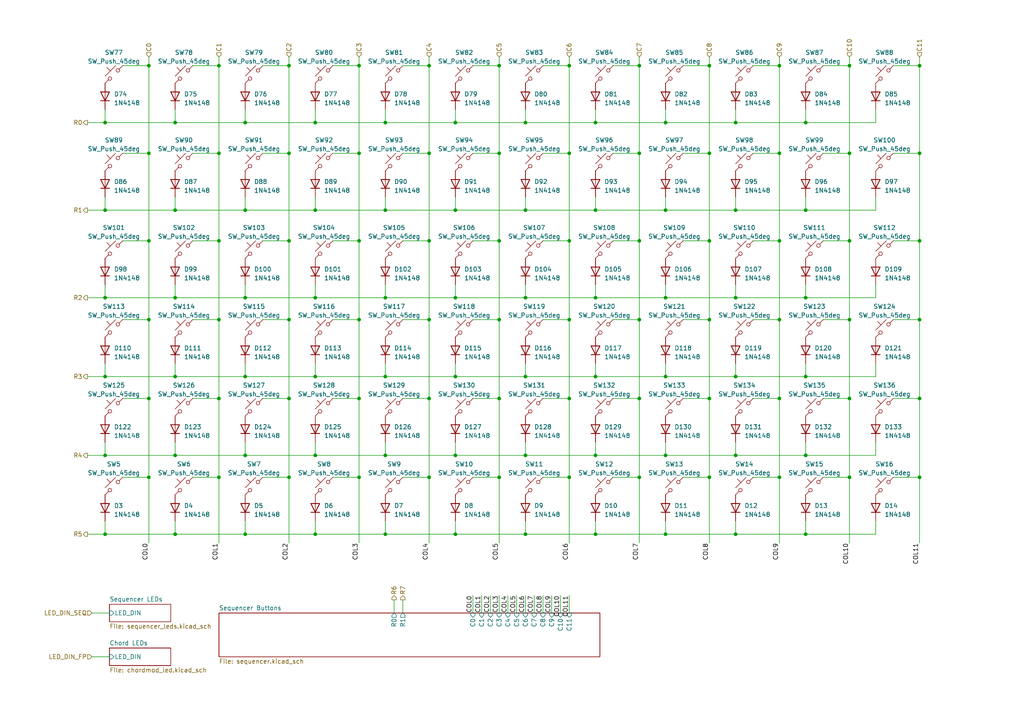
<source format=kicad_sch>
(kicad_sch (version 20230121) (generator eeschema)
  (paper "A4")
  (junction (at 50.8 132.08))
  (junction (at 111.76 109.22))
  (junction (at 226.06 92.71))
  (junction (at 124.46 115.57))
  (junction (at 172.72 132.08))
  (junction (at 266.7 69.85))
  (junction (at 63.5 69.85))
  (junction (at 233.68 109.22))
  (junction (at 71.12 154.94))
  (junction (at 165.1 115.57))
  (junction (at 104.14 19.05))
  (junction (at 71.12 132.08))
  (junction (at 83.82 92.71))
  (junction (at 71.12 35.56))
  (junction (at 83.82 19.05))
  (junction (at 111.76 154.94))
  (junction (at 71.12 109.22))
  (junction (at 246.38 44.45))
  (junction (at 213.36 109.22))
  (junction (at 226.06 115.57))
  (junction (at 43.18 69.85))
  (junction (at 104.14 138.43))
  (junction (at 83.82 44.45))
  (junction (at 226.06 69.85))
  (junction (at 246.38 115.57))
  (junction (at 144.78 115.57))
  (junction (at 233.68 60.96))
  (junction (at 43.18 19.05))
  (junction (at 111.76 86.36))
  (junction (at 71.12 60.96))
  (junction (at 43.18 44.45))
  (junction (at 205.74 19.05))
  (junction (at 132.08 35.56))
  (junction (at 185.42 19.05))
  (junction (at 132.08 132.08))
  (junction (at 193.04 109.22))
  (junction (at 213.36 60.96))
  (junction (at 63.5 44.45))
  (junction (at 30.48 132.08))
  (junction (at 172.72 154.94))
  (junction (at 226.06 138.43))
  (junction (at 152.4 60.96))
  (junction (at 246.38 69.85))
  (junction (at 124.46 138.43))
  (junction (at 63.5 19.05))
  (junction (at 266.7 19.05))
  (junction (at 30.48 35.56))
  (junction (at 165.1 92.71))
  (junction (at 172.72 35.56))
  (junction (at 144.78 19.05))
  (junction (at 213.36 35.56))
  (junction (at 50.8 35.56))
  (junction (at 91.44 35.56))
  (junction (at 71.12 86.36))
  (junction (at 50.8 109.22))
  (junction (at 144.78 92.71))
  (junction (at 172.72 86.36))
  (junction (at 205.74 69.85))
  (junction (at 165.1 138.43))
  (junction (at 165.1 19.05))
  (junction (at 165.1 69.85))
  (junction (at 132.08 109.22))
  (junction (at 193.04 86.36))
  (junction (at 124.46 44.45))
  (junction (at 193.04 35.56))
  (junction (at 132.08 154.94))
  (junction (at 246.38 138.43))
  (junction (at 124.46 69.85))
  (junction (at 104.14 44.45))
  (junction (at 30.48 154.94))
  (junction (at 83.82 69.85))
  (junction (at 246.38 19.05))
  (junction (at 144.78 69.85))
  (junction (at 226.06 19.05))
  (junction (at 43.18 138.43))
  (junction (at 213.36 154.94))
  (junction (at 50.8 86.36))
  (junction (at 91.44 109.22))
  (junction (at 193.04 132.08))
  (junction (at 205.74 92.71))
  (junction (at 43.18 92.71))
  (junction (at 185.42 138.43))
  (junction (at 185.42 115.57))
  (junction (at 185.42 92.71))
  (junction (at 104.14 92.71))
  (junction (at 91.44 60.96))
  (junction (at 266.7 115.57))
  (junction (at 152.4 132.08))
  (junction (at 104.14 115.57))
  (junction (at 233.68 154.94))
  (junction (at 193.04 60.96))
  (junction (at 111.76 132.08))
  (junction (at 233.68 35.56))
  (junction (at 132.08 86.36))
  (junction (at 111.76 60.96))
  (junction (at 50.8 154.94))
  (junction (at 83.82 115.57))
  (junction (at 91.44 132.08))
  (junction (at 124.46 19.05))
  (junction (at 104.14 69.85))
  (junction (at 43.18 115.57))
  (junction (at 63.5 115.57))
  (junction (at 172.72 109.22))
  (junction (at 63.5 138.43))
  (junction (at 152.4 154.94))
  (junction (at 266.7 44.45))
  (junction (at 226.06 44.45))
  (junction (at 205.74 115.57))
  (junction (at 266.7 92.71))
  (junction (at 50.8 60.96))
  (junction (at 213.36 132.08))
  (junction (at 185.42 44.45))
  (junction (at 165.1 44.45))
  (junction (at 91.44 86.36))
  (junction (at 205.74 138.43))
  (junction (at 124.46 92.71))
  (junction (at 111.76 35.56))
  (junction (at 91.44 154.94))
  (junction (at 152.4 109.22))
  (junction (at 144.78 138.43))
  (junction (at 144.78 44.45))
  (junction (at 83.82 138.43))
  (junction (at 132.08 60.96))
  (junction (at 30.48 60.96))
  (junction (at 266.7 138.43))
  (junction (at 152.4 35.56))
  (junction (at 205.74 44.45))
  (junction (at 172.72 60.96))
  (junction (at 233.68 132.08))
  (junction (at 246.38 92.71))
  (junction (at 30.48 86.36))
  (junction (at 30.48 109.22))
  (junction (at 213.36 86.36))
  (junction (at 152.4 86.36))
  (junction (at 233.68 86.36))
  (junction (at 193.04 154.94))
  (junction (at 185.42 69.85))
  (junction (at 63.5 92.71))
  (wire (pts (xy 96.52 92.71) (xy 104.14 92.71)))
  (wire (pts (xy 213.36 82.55) (xy 213.36 86.36)))
  (wire (pts (xy 177.8 92.71) (xy 185.42 92.71)))
  (wire (pts (xy 254 31.75) (xy 254 35.56)))
  (wire (pts (xy 76.2 115.57) (xy 83.82 115.57)))
  (wire (pts (xy 104.14 115.57) (xy 104.14 138.43)))
  (wire (pts (xy 43.18 138.43) (xy 43.18 157.48)))
  (wire (pts (xy 259.08 44.45) (xy 266.7 44.45)))
  (wire (pts (xy 165.1 138.43) (xy 165.1 157.48)))
  (wire (pts (xy 26.67 190.5) (xy 31.75 190.5)))
  (wire (pts (xy 63.5 92.71) (xy 63.5 115.57)))
  (wire (pts (xy 218.44 138.43) (xy 226.06 138.43)))
  (wire (pts (xy 233.68 151.13) (xy 233.68 154.94)))
  (wire (pts (xy 111.76 109.22) (xy 132.08 109.22)))
  (wire (pts (xy 238.76 19.05) (xy 246.38 19.05)))
  (wire (pts (xy 152.4 172.72) (xy 152.4 177.8)))
  (wire (pts (xy 50.8 154.94) (xy 71.12 154.94)))
  (wire (pts (xy 104.14 16.51) (xy 104.14 19.05)))
  (wire (pts (xy 132.08 109.22) (xy 152.4 109.22)))
  (wire (pts (xy 165.1 69.85) (xy 165.1 92.71)))
  (wire (pts (xy 91.44 154.94) (xy 111.76 154.94)))
  (wire (pts (xy 71.12 132.08) (xy 91.44 132.08)))
  (wire (pts (xy 213.36 151.13) (xy 213.36 154.94)))
  (wire (pts (xy 116.84 19.05) (xy 124.46 19.05)))
  (wire (pts (xy 198.12 19.05) (xy 205.74 19.05)))
  (wire (pts (xy 266.7 44.45) (xy 266.7 69.85)))
  (wire (pts (xy 142.24 172.72) (xy 142.24 177.8)))
  (wire (pts (xy 104.14 44.45) (xy 104.14 69.85)))
  (wire (pts (xy 185.42 138.43) (xy 185.42 157.48)))
  (wire (pts (xy 111.76 132.08) (xy 132.08 132.08)))
  (wire (pts (xy 213.36 60.96) (xy 233.68 60.96)))
  (wire (pts (xy 172.72 86.36) (xy 193.04 86.36)))
  (wire (pts (xy 246.38 115.57) (xy 246.38 138.43)))
  (wire (pts (xy 193.04 57.15) (xy 193.04 60.96)))
  (wire (pts (xy 185.42 16.51) (xy 185.42 19.05)))
  (wire (pts (xy 218.44 69.85) (xy 226.06 69.85)))
  (wire (pts (xy 233.68 132.08) (xy 254 132.08)))
  (wire (pts (xy 83.82 69.85) (xy 83.82 92.71)))
  (wire (pts (xy 132.08 128.27) (xy 132.08 132.08)))
  (wire (pts (xy 30.48 154.94) (xy 50.8 154.94)))
  (wire (pts (xy 91.44 35.56) (xy 111.76 35.56)))
  (wire (pts (xy 137.16 19.05) (xy 144.78 19.05)))
  (wire (pts (xy 218.44 19.05) (xy 226.06 19.05)))
  (wire (pts (xy 205.74 44.45) (xy 205.74 69.85)))
  (wire (pts (xy 137.16 172.72) (xy 137.16 177.8)))
  (wire (pts (xy 254 82.55) (xy 254 86.36)))
  (wire (pts (xy 172.72 82.55) (xy 172.72 86.36)))
  (wire (pts (xy 246.38 138.43) (xy 246.38 157.48)))
  (wire (pts (xy 30.48 57.15) (xy 30.48 60.96)))
  (wire (pts (xy 152.4 154.94) (xy 172.72 154.94)))
  (wire (pts (xy 124.46 16.51) (xy 124.46 19.05)))
  (wire (pts (xy 137.16 138.43) (xy 144.78 138.43)))
  (wire (pts (xy 83.82 19.05) (xy 83.82 44.45)))
  (wire (pts (xy 266.7 92.71) (xy 266.7 115.57)))
  (wire (pts (xy 25.4 132.08) (xy 30.48 132.08)))
  (wire (pts (xy 111.76 105.41) (xy 111.76 109.22)))
  (wire (pts (xy 193.04 109.22) (xy 213.36 109.22)))
  (wire (pts (xy 137.16 115.57) (xy 144.78 115.57)))
  (wire (pts (xy 111.76 60.96) (xy 132.08 60.96)))
  (wire (pts (xy 96.52 115.57) (xy 104.14 115.57)))
  (wire (pts (xy 266.7 19.05) (xy 266.7 44.45)))
  (wire (pts (xy 116.84 138.43) (xy 124.46 138.43)))
  (wire (pts (xy 198.12 69.85) (xy 205.74 69.85)))
  (wire (pts (xy 152.4 128.27) (xy 152.4 132.08)))
  (wire (pts (xy 50.8 128.27) (xy 50.8 132.08)))
  (wire (pts (xy 144.78 92.71) (xy 144.78 115.57)))
  (wire (pts (xy 71.12 57.15) (xy 71.12 60.96)))
  (wire (pts (xy 50.8 31.75) (xy 50.8 35.56)))
  (wire (pts (xy 193.04 105.41) (xy 193.04 109.22)))
  (wire (pts (xy 193.04 82.55) (xy 193.04 86.36)))
  (wire (pts (xy 157.48 115.57) (xy 165.1 115.57)))
  (wire (pts (xy 193.04 31.75) (xy 193.04 35.56)))
  (wire (pts (xy 233.68 86.36) (xy 254 86.36)))
  (wire (pts (xy 152.4 82.55) (xy 152.4 86.36)))
  (wire (pts (xy 35.56 138.43) (xy 43.18 138.43)))
  (wire (pts (xy 254 57.15) (xy 254 60.96)))
  (wire (pts (xy 233.68 128.27) (xy 233.68 132.08)))
  (wire (pts (xy 185.42 44.45) (xy 185.42 69.85)))
  (wire (pts (xy 132.08 86.36) (xy 152.4 86.36)))
  (wire (pts (xy 116.84 115.57) (xy 124.46 115.57)))
  (wire (pts (xy 165.1 115.57) (xy 165.1 138.43)))
  (wire (pts (xy 157.48 19.05) (xy 165.1 19.05)))
  (wire (pts (xy 76.2 19.05) (xy 83.82 19.05)))
  (wire (pts (xy 172.72 128.27) (xy 172.72 132.08)))
  (wire (pts (xy 213.36 132.08) (xy 233.68 132.08)))
  (wire (pts (xy 43.18 115.57) (xy 43.18 138.43)))
  (wire (pts (xy 157.48 172.72) (xy 157.48 177.8)))
  (wire (pts (xy 55.88 44.45) (xy 63.5 44.45)))
  (wire (pts (xy 218.44 44.45) (xy 226.06 44.45)))
  (wire (pts (xy 71.12 86.36) (xy 91.44 86.36)))
  (wire (pts (xy 132.08 151.13) (xy 132.08 154.94)))
  (wire (pts (xy 96.52 69.85) (xy 104.14 69.85)))
  (wire (pts (xy 132.08 60.96) (xy 152.4 60.96)))
  (wire (pts (xy 172.72 57.15) (xy 172.72 60.96)))
  (wire (pts (xy 124.46 138.43) (xy 124.46 157.48)))
  (wire (pts (xy 30.48 128.27) (xy 30.48 132.08)))
  (wire (pts (xy 218.44 115.57) (xy 226.06 115.57)))
  (wire (pts (xy 30.48 109.22) (xy 50.8 109.22)))
  (wire (pts (xy 213.36 57.15) (xy 213.36 60.96)))
  (wire (pts (xy 71.12 35.56) (xy 91.44 35.56)))
  (wire (pts (xy 226.06 44.45) (xy 226.06 69.85)))
  (wire (pts (xy 266.7 115.57) (xy 266.7 138.43)))
  (wire (pts (xy 172.72 109.22) (xy 193.04 109.22)))
  (wire (pts (xy 149.86 172.72) (xy 149.86 177.8)))
  (wire (pts (xy 233.68 57.15) (xy 233.68 60.96)))
  (wire (pts (xy 30.48 82.55) (xy 30.48 86.36)))
  (wire (pts (xy 76.2 69.85) (xy 83.82 69.85)))
  (wire (pts (xy 205.74 92.71) (xy 205.74 115.57)))
  (wire (pts (xy 259.08 19.05) (xy 266.7 19.05)))
  (wire (pts (xy 213.36 35.56) (xy 233.68 35.56)))
  (wire (pts (xy 30.48 86.36) (xy 50.8 86.36)))
  (wire (pts (xy 152.4 31.75) (xy 152.4 35.56)))
  (wire (pts (xy 157.48 138.43) (xy 165.1 138.43)))
  (wire (pts (xy 185.42 69.85) (xy 185.42 92.71)))
  (wire (pts (xy 154.94 172.72) (xy 154.94 177.8)))
  (wire (pts (xy 218.44 92.71) (xy 226.06 92.71)))
  (wire (pts (xy 132.08 35.56) (xy 152.4 35.56)))
  (wire (pts (xy 238.76 44.45) (xy 246.38 44.45)))
  (wire (pts (xy 83.82 16.51) (xy 83.82 19.05)))
  (wire (pts (xy 259.08 69.85) (xy 266.7 69.85)))
  (wire (pts (xy 259.08 92.71) (xy 266.7 92.71)))
  (wire (pts (xy 165.1 16.51) (xy 165.1 19.05)))
  (wire (pts (xy 233.68 82.55) (xy 233.68 86.36)))
  (wire (pts (xy 205.74 16.51) (xy 205.74 19.05)))
  (wire (pts (xy 96.52 44.45) (xy 104.14 44.45)))
  (wire (pts (xy 266.7 138.43) (xy 266.7 157.48)))
  (wire (pts (xy 213.36 128.27) (xy 213.36 132.08)))
  (wire (pts (xy 111.76 86.36) (xy 132.08 86.36)))
  (wire (pts (xy 233.68 109.22) (xy 254 109.22)))
  (wire (pts (xy 71.12 109.22) (xy 91.44 109.22)))
  (wire (pts (xy 55.88 19.05) (xy 63.5 19.05)))
  (wire (pts (xy 96.52 19.05) (xy 104.14 19.05)))
  (wire (pts (xy 152.4 60.96) (xy 172.72 60.96)))
  (wire (pts (xy 233.68 60.96) (xy 254 60.96)))
  (wire (pts (xy 71.12 31.75) (xy 71.12 35.56)))
  (wire (pts (xy 157.48 92.71) (xy 165.1 92.71)))
  (wire (pts (xy 246.38 69.85) (xy 246.38 92.71)))
  (wire (pts (xy 193.04 86.36) (xy 213.36 86.36)))
  (wire (pts (xy 254 128.27) (xy 254 132.08)))
  (wire (pts (xy 177.8 19.05) (xy 185.42 19.05)))
  (wire (pts (xy 71.12 128.27) (xy 71.12 132.08)))
  (wire (pts (xy 177.8 44.45) (xy 185.42 44.45)))
  (wire (pts (xy 111.76 31.75) (xy 111.76 35.56)))
  (wire (pts (xy 124.46 69.85) (xy 124.46 92.71)))
  (wire (pts (xy 71.12 105.41) (xy 71.12 109.22)))
  (wire (pts (xy 116.84 69.85) (xy 124.46 69.85)))
  (wire (pts (xy 104.14 138.43) (xy 104.14 157.48)))
  (wire (pts (xy 124.46 19.05) (xy 124.46 44.45)))
  (wire (pts (xy 137.16 69.85) (xy 144.78 69.85)))
  (wire (pts (xy 238.76 115.57) (xy 246.38 115.57)))
  (wire (pts (xy 172.72 35.56) (xy 193.04 35.56)))
  (wire (pts (xy 124.46 115.57) (xy 124.46 138.43)))
  (wire (pts (xy 96.52 138.43) (xy 104.14 138.43)))
  (wire (pts (xy 30.48 31.75) (xy 30.48 35.56)))
  (wire (pts (xy 132.08 82.55) (xy 132.08 86.36)))
  (wire (pts (xy 132.08 154.94) (xy 152.4 154.94)))
  (wire (pts (xy 177.8 69.85) (xy 185.42 69.85)))
  (wire (pts (xy 144.78 69.85) (xy 144.78 92.71)))
  (wire (pts (xy 172.72 31.75) (xy 172.72 35.56)))
  (wire (pts (xy 26.67 177.8) (xy 31.75 177.8)))
  (wire (pts (xy 25.4 109.22) (xy 30.48 109.22)))
  (wire (pts (xy 238.76 138.43) (xy 246.38 138.43)))
  (wire (pts (xy 162.56 172.72) (xy 162.56 177.8)))
  (wire (pts (xy 111.76 128.27) (xy 111.76 132.08)))
  (wire (pts (xy 259.08 115.57) (xy 266.7 115.57)))
  (wire (pts (xy 198.12 115.57) (xy 205.74 115.57)))
  (wire (pts (xy 55.88 138.43) (xy 63.5 138.43)))
  (wire (pts (xy 83.82 115.57) (xy 83.82 138.43)))
  (wire (pts (xy 50.8 109.22) (xy 71.12 109.22)))
  (wire (pts (xy 152.4 105.41) (xy 152.4 109.22)))
  (wire (pts (xy 83.82 92.71) (xy 83.82 115.57)))
  (wire (pts (xy 76.2 44.45) (xy 83.82 44.45)))
  (wire (pts (xy 213.36 31.75) (xy 213.36 35.56)))
  (wire (pts (xy 266.7 69.85) (xy 266.7 92.71)))
  (wire (pts (xy 152.4 86.36) (xy 172.72 86.36)))
  (wire (pts (xy 25.4 35.56) (xy 30.48 35.56)))
  (wire (pts (xy 114.3 173.99) (xy 114.3 177.8)))
  (wire (pts (xy 233.68 105.41) (xy 233.68 109.22)))
  (wire (pts (xy 43.18 19.05) (xy 43.18 44.45)))
  (wire (pts (xy 50.8 60.96) (xy 71.12 60.96)))
  (wire (pts (xy 50.8 132.08) (xy 71.12 132.08)))
  (wire (pts (xy 63.5 44.45) (xy 63.5 69.85)))
  (wire (pts (xy 76.2 92.71) (xy 83.82 92.71)))
  (wire (pts (xy 144.78 44.45) (xy 144.78 69.85)))
  (wire (pts (xy 71.12 60.96) (xy 91.44 60.96)))
  (wire (pts (xy 71.12 154.94) (xy 91.44 154.94)))
  (wire (pts (xy 35.56 115.57) (xy 43.18 115.57)))
  (wire (pts (xy 83.82 44.45) (xy 83.82 69.85)))
  (wire (pts (xy 25.4 154.94) (xy 30.48 154.94)))
  (wire (pts (xy 91.44 109.22) (xy 111.76 109.22)))
  (wire (pts (xy 185.42 115.57) (xy 185.42 138.43)))
  (wire (pts (xy 50.8 105.41) (xy 50.8 109.22)))
  (wire (pts (xy 144.78 19.05) (xy 144.78 44.45)))
  (wire (pts (xy 132.08 31.75) (xy 132.08 35.56)))
  (wire (pts (xy 233.68 154.94) (xy 254 154.94)))
  (wire (pts (xy 63.5 138.43) (xy 63.5 157.48)))
  (wire (pts (xy 144.78 138.43) (xy 144.78 157.48)))
  (wire (pts (xy 111.76 82.55) (xy 111.76 86.36)))
  (wire (pts (xy 124.46 92.71) (xy 124.46 115.57)))
  (wire (pts (xy 193.04 60.96) (xy 213.36 60.96)))
  (wire (pts (xy 254 151.13) (xy 254 154.94)))
  (wire (pts (xy 198.12 92.71) (xy 205.74 92.71)))
  (wire (pts (xy 254 105.41) (xy 254 109.22)))
  (wire (pts (xy 198.12 138.43) (xy 205.74 138.43)))
  (wire (pts (xy 43.18 16.51) (xy 43.18 19.05)))
  (wire (pts (xy 104.14 92.71) (xy 104.14 115.57)))
  (wire (pts (xy 91.44 31.75) (xy 91.44 35.56)))
  (wire (pts (xy 91.44 57.15) (xy 91.44 60.96)))
  (wire (pts (xy 43.18 69.85) (xy 43.18 92.71)))
  (wire (pts (xy 157.48 69.85) (xy 165.1 69.85)))
  (wire (pts (xy 91.44 132.08) (xy 111.76 132.08)))
  (wire (pts (xy 104.14 69.85) (xy 104.14 92.71)))
  (wire (pts (xy 132.08 57.15) (xy 132.08 60.96)))
  (wire (pts (xy 157.48 44.45) (xy 165.1 44.45)))
  (wire (pts (xy 193.04 154.94) (xy 213.36 154.94)))
  (wire (pts (xy 116.84 173.99) (xy 116.84 177.8)))
  (wire (pts (xy 35.56 19.05) (xy 43.18 19.05)))
  (wire (pts (xy 226.06 92.71) (xy 226.06 115.57)))
  (wire (pts (xy 137.16 44.45) (xy 144.78 44.45)))
  (wire (pts (xy 55.88 69.85) (xy 63.5 69.85)))
  (wire (pts (xy 71.12 151.13) (xy 71.12 154.94)))
  (wire (pts (xy 226.06 16.51) (xy 226.06 19.05)))
  (wire (pts (xy 50.8 86.36) (xy 71.12 86.36)))
  (wire (pts (xy 43.18 92.71) (xy 43.18 115.57)))
  (wire (pts (xy 83.82 138.43) (xy 83.82 157.48)))
  (wire (pts (xy 104.14 19.05) (xy 104.14 44.45)))
  (wire (pts (xy 152.4 57.15) (xy 152.4 60.96)))
  (wire (pts (xy 116.84 44.45) (xy 124.46 44.45)))
  (wire (pts (xy 213.36 105.41) (xy 213.36 109.22)))
  (wire (pts (xy 172.72 132.08) (xy 193.04 132.08)))
  (wire (pts (xy 55.88 92.71) (xy 63.5 92.71)))
  (wire (pts (xy 76.2 138.43) (xy 83.82 138.43)))
  (wire (pts (xy 213.36 109.22) (xy 233.68 109.22)))
  (wire (pts (xy 246.38 16.51) (xy 246.38 19.05)))
  (wire (pts (xy 71.12 82.55) (xy 71.12 86.36)))
  (wire (pts (xy 152.4 151.13) (xy 152.4 154.94)))
  (wire (pts (xy 35.56 44.45) (xy 43.18 44.45)))
  (wire (pts (xy 50.8 151.13) (xy 50.8 154.94)))
  (wire (pts (xy 266.7 16.51) (xy 266.7 19.05)))
  (wire (pts (xy 111.76 154.94) (xy 132.08 154.94)))
  (wire (pts (xy 147.32 172.72) (xy 147.32 177.8)))
  (wire (pts (xy 91.44 105.41) (xy 91.44 109.22)))
  (wire (pts (xy 213.36 86.36) (xy 233.68 86.36)))
  (wire (pts (xy 91.44 86.36) (xy 111.76 86.36)))
  (wire (pts (xy 185.42 92.71) (xy 185.42 115.57)))
  (wire (pts (xy 198.12 44.45) (xy 205.74 44.45)))
  (wire (pts (xy 111.76 35.56) (xy 132.08 35.56)))
  (wire (pts (xy 144.78 172.72) (xy 144.78 177.8)))
  (wire (pts (xy 132.08 132.08) (xy 152.4 132.08)))
  (wire (pts (xy 205.74 138.43) (xy 205.74 157.48)))
  (wire (pts (xy 246.38 92.71) (xy 246.38 115.57)))
  (wire (pts (xy 238.76 92.71) (xy 246.38 92.71)))
  (wire (pts (xy 226.06 115.57) (xy 226.06 138.43)))
  (wire (pts (xy 193.04 132.08) (xy 213.36 132.08)))
  (wire (pts (xy 43.18 44.45) (xy 43.18 69.85)))
  (wire (pts (xy 172.72 105.41) (xy 172.72 109.22)))
  (wire (pts (xy 30.48 151.13) (xy 30.48 154.94)))
  (wire (pts (xy 165.1 19.05) (xy 165.1 44.45)))
  (wire (pts (xy 132.08 105.41) (xy 132.08 109.22)))
  (wire (pts (xy 63.5 19.05) (xy 63.5 44.45)))
  (wire (pts (xy 50.8 57.15) (xy 50.8 60.96)))
  (wire (pts (xy 124.46 44.45) (xy 124.46 69.85)))
  (wire (pts (xy 152.4 109.22) (xy 172.72 109.22)))
  (wire (pts (xy 63.5 16.51) (xy 63.5 19.05)))
  (wire (pts (xy 111.76 151.13) (xy 111.76 154.94)))
  (wire (pts (xy 193.04 151.13) (xy 193.04 154.94)))
  (wire (pts (xy 233.68 31.75) (xy 233.68 35.56)))
  (wire (pts (xy 152.4 35.56) (xy 172.72 35.56)))
  (wire (pts (xy 144.78 16.51) (xy 144.78 19.05)))
  (wire (pts (xy 226.06 19.05) (xy 226.06 44.45)))
  (wire (pts (xy 55.88 115.57) (xy 63.5 115.57)))
  (wire (pts (xy 35.56 92.71) (xy 43.18 92.71)))
  (wire (pts (xy 172.72 60.96) (xy 193.04 60.96)))
  (wire (pts (xy 172.72 154.94) (xy 193.04 154.94)))
  (wire (pts (xy 63.5 115.57) (xy 63.5 138.43)))
  (wire (pts (xy 30.48 35.56) (xy 50.8 35.56)))
  (wire (pts (xy 165.1 172.72) (xy 165.1 177.8)))
  (wire (pts (xy 177.8 115.57) (xy 185.42 115.57)))
  (wire (pts (xy 172.72 151.13) (xy 172.72 154.94)))
  (wire (pts (xy 144.78 115.57) (xy 144.78 138.43)))
  (wire (pts (xy 193.04 35.56) (xy 213.36 35.56)))
  (wire (pts (xy 30.48 132.08) (xy 50.8 132.08)))
  (wire (pts (xy 213.36 154.94) (xy 233.68 154.94)))
  (wire (pts (xy 91.44 60.96) (xy 111.76 60.96)))
  (wire (pts (xy 50.8 82.55) (xy 50.8 86.36)))
  (wire (pts (xy 246.38 19.05) (xy 246.38 44.45)))
  (wire (pts (xy 205.74 19.05) (xy 205.74 44.45)))
  (wire (pts (xy 25.4 60.96) (xy 30.48 60.96)))
  (wire (pts (xy 116.84 92.71) (xy 124.46 92.71)))
  (wire (pts (xy 91.44 128.27) (xy 91.44 132.08)))
  (wire (pts (xy 165.1 44.45) (xy 165.1 69.85)))
  (wire (pts (xy 226.06 69.85) (xy 226.06 92.71)))
  (wire (pts (xy 185.42 19.05) (xy 185.42 44.45)))
  (wire (pts (xy 91.44 151.13) (xy 91.44 154.94)))
  (wire (pts (xy 165.1 92.71) (xy 165.1 115.57)))
  (wire (pts (xy 139.7 172.72) (xy 139.7 177.8)))
  (wire (pts (xy 226.06 138.43) (xy 226.06 157.48)))
  (wire (pts (xy 177.8 138.43) (xy 185.42 138.43)))
  (wire (pts (xy 30.48 105.41) (xy 30.48 109.22)))
  (wire (pts (xy 160.02 172.72) (xy 160.02 177.8)))
  (wire (pts (xy 152.4 132.08) (xy 172.72 132.08)))
  (wire (pts (xy 233.68 35.56) (xy 254 35.56)))
  (wire (pts (xy 246.38 44.45) (xy 246.38 69.85)))
  (wire (pts (xy 50.8 35.56) (xy 71.12 35.56)))
  (wire (pts (xy 30.48 60.96) (xy 50.8 60.96)))
  (wire (pts (xy 35.56 69.85) (xy 43.18 69.85)))
  (wire (pts (xy 205.74 69.85) (xy 205.74 92.71)))
  (wire (pts (xy 238.76 69.85) (xy 246.38 69.85)))
  (wire (pts (xy 111.76 57.15) (xy 111.76 60.96)))
  (wire (pts (xy 205.74 115.57) (xy 205.74 138.43)))
  (wire (pts (xy 25.4 86.36) (xy 30.48 86.36)))
  (wire (pts (xy 193.04 128.27) (xy 193.04 132.08)))
  (wire (pts (xy 91.44 82.55) (xy 91.44 86.36)))
  (wire (pts (xy 259.08 138.43) (xy 266.7 138.43)))
  (wire (pts (xy 137.16 92.71) (xy 144.78 92.71)))
  (wire (pts (xy 63.5 69.85) (xy 63.5 92.71)))
  (label "COL7" (at 185.42 157.48 270))
  (label "COL8" (at 157.48 172.72 270))
  (label "COL5" (at 144.78 157.48 270))
  (label "COL10" (at 162.56 172.72 270))
  (label "COL2" (at 142.24 172.72 270))
  (label "COL1" (at 139.7 172.72 270))
  (label "COL5" (at 149.86 172.72 270))
  (label "COL4" (at 147.32 172.72 270))
  (label "COL7" (at 154.94 172.72 270))
  (label "COL4" (at 124.46 157.48 270))
  (label "COL3" (at 104.14 157.48 270))
  (label "COL9" (at 226.06 157.48 270))
  (label "COL6" (at 165.1 157.48 270))
  (label "COL1" (at 63.5 157.48 270))
  (label "COL11" (at 266.7 157.48 270))
  (label "COL6" (at 152.4 172.72 270))
  (label "COL0" (at 137.16 172.72 270))
  (label "COL3" (at 144.78 172.72 270))
  (label "COL10" (at 246.38 157.48 270))
  (label "COL9" (at 160.02 172.72 270))
  (label "COL2" (at 83.82 157.48 270))
  (label "COL8" (at 205.74 157.48 270))
  (label "COL0" (at 43.18 157.48 270))
  (label "COL11" (at 165.1 172.72 270))
  (hierarchical_label "C10" (shape input) (at 246.38 16.51 90))
  (hierarchical_label "C7" (shape input) (at 185.42 16.51 90))
  (hierarchical_label "R6" (shape output) (at 114.3 173.99 90))
  (hierarchical_label "LED_DIN_FP" (shape input) (at 26.67 190.5 180))
  (hierarchical_label "C1" (shape input) (at 63.5 16.51 90))
  (hierarchical_label "R1" (shape output) (at 25.4 60.96 180))
  (hierarchical_label "C5" (shape input) (at 144.78 16.51 90))
  (hierarchical_label "R5" (shape output) (at 25.4 154.94 180))
  (hierarchical_label "C8" (shape input) (at 205.74 16.51 90))
  (hierarchical_label "R7" (shape output) (at 116.84 173.99 90))
  (hierarchical_label "R4" (shape output) (at 25.4 132.08 180))
  (hierarchical_label "C2" (shape input) (at 83.82 16.51 90))
  (hierarchical_label "C3" (shape input) (at 104.14 16.51 90))
  (hierarchical_label "R0" (shape output) (at 25.4 35.56 180))
  (hierarchical_label "R2" (shape output) (at 25.4 86.36 180))
  (hierarchical_label "C6" (shape input) (at 165.1 16.51 90))
  (hierarchical_label "R3" (shape output) (at 25.4 109.22 180))
  (hierarchical_label "LED_DIN_SEQ" (shape input) (at 26.67 177.8 180))
  (hierarchical_label "C9" (shape input) (at 226.06 16.51 90))
  (hierarchical_label "C11" (shape input) (at 266.7 16.51 90))
  (hierarchical_label "C4" (shape input) (at 124.46 16.51 90))
  (hierarchical_label "C0" (shape input) (at 43.18 16.51 90))
  (symbol (lib_id "Switch:SW_Push_45deg") (at 93.98 72.39 0) (mirror y) (unit 1)
    (property "Reference" "SW104" (at 93.98 66.04 0))
    (property "Value" "SW_Push_45deg" (at 93.98 68.58 0))
  )
  (symbol (lib_id "Device:D") (at 233.68 78.74 90) (unit 1)
    (property "Reference" "D108" (at 236.22 78.105 90) (effects (justify right)))
    (property "Value" "1N4148" (at 236.22 80.645 90) (effects (justify right)))
    (property "Sim.Device" "D" (effects hide))
    (property "Sim.Pins" "1=K 2=A" (effects hide))
  )
  (symbol (lib_id "Switch:SW_Push_45deg") (at 93.98 95.25 0) (mirror y) (unit 1)
    (property "Reference" "SW116" (at 93.98 88.9 0))
    (property "Value" "SW_Push_45deg" (at 93.98 91.44 0))
  )
  (symbol (lib_id "Device:D") (at 132.08 101.6 90) (unit 1)
    (property "Reference" "D115" (at 134.62 100.965 90) (effects (justify right)))
    (property "Value" "1N4148" (at 134.62 103.505 90) (effects (justify right)))
    (property "Sim.Device" "D" (effects hide))
    (property "Sim.Pins" "1=K 2=A" (effects hide))
  )
  (symbol (lib_id "Device:D") (at 172.72 53.34 90) (unit 1)
    (property "Reference" "D93" (at 175.26 52.705 90) (effects (justify right)))
    (property "Value" "1N4148" (at 175.26 55.245 90) (effects (justify right)))
    (property "Sim.Device" "D" (effects hide))
    (property "Sim.Pins" "1=K 2=A" (effects hide))
  )
  (symbol (lib_id "Device:D") (at 30.48 101.6 90) (unit 1)
    (property "Reference" "D110" (at 33.02 100.965 90) (effects (justify right)))
    (property "Value" "1N4148" (at 33.02 103.505 90) (effects (justify right)))
    (property "Sim.Device" "D" (effects hide))
    (property "Sim.Pins" "1=K 2=A" (effects hide))
  )
  (symbol (lib_id "Device:D") (at 111.76 27.94 90) (unit 1)
    (property "Reference" "D78" (at 114.3 27.305 90) (effects (justify right)))
    (property "Value" "1N4148" (at 114.3 29.845 90) (effects (justify right)))
    (property "Sim.Device" "D" (effects hide))
    (property "Sim.Pins" "1=K 2=A" (effects hide))
  )
  (symbol (lib_id "Switch:SW_Push_45deg") (at 33.02 95.25 0) (mirror y) (unit 1)
    (property "Reference" "SW113" (at 33.02 88.9 0))
    (property "Value" "SW_Push_45deg" (at 33.02 91.44 0))
  )
  (symbol (lib_id "Switch:SW_Push_45deg") (at 114.3 95.25 0) (mirror y) (unit 1)
    (property "Reference" "SW117" (at 114.3 88.9 0))
    (property "Value" "SW_Push_45deg" (at 114.3 91.44 0))
  )
  (symbol (lib_id "Device:D") (at 213.36 101.6 90) (unit 1)
    (property "Reference" "D119" (at 215.9 100.965 90) (effects (justify right)))
    (property "Value" "1N4148" (at 215.9 103.505 90) (effects (justify right)))
    (property "Sim.Device" "D" (effects hide))
    (property "Sim.Pins" "1=K 2=A" (effects hide))
  )
  (symbol (lib_id "Switch:SW_Push_45deg") (at 215.9 140.97 0) (mirror y) (unit 1)
    (property "Reference" "SW14" (at 215.9 134.62 0))
    (property "Value" "SW_Push_45deg" (at 215.9 137.16 0))
  )
  (symbol (lib_id "Device:D") (at 71.12 124.46 90) (unit 1)
    (property "Reference" "D124" (at 73.66 123.825 90) (effects (justify right)))
    (property "Value" "1N4148" (at 73.66 126.365 90) (effects (justify right)))
    (property "Sim.Device" "D" (effects hide))
    (property "Sim.Pins" "1=K 2=A" (effects hide))
  )
  (symbol (lib_id "Switch:SW_Push_45deg") (at 33.02 21.59 0) (mirror y) (unit 1)
    (property "Reference" "SW77" (at 33.02 15.24 0))
    (property "Value" "SW_Push_45deg" (at 33.02 17.78 0))
  )
  (symbol (lib_id "Device:D") (at 71.12 53.34 90) (unit 1)
    (property "Reference" "D88" (at 73.66 52.705 90) (effects (justify right)))
    (property "Value" "1N4148" (at 73.66 55.245 90) (effects (justify right)))
    (property "Sim.Device" "D" (effects hide))
    (property "Sim.Pins" "1=K 2=A" (effects hide))
  )
  (symbol (lib_id "Device:D") (at 152.4 147.32 90) (unit 1)
    (property "Reference" "D9" (at 154.94 146.685 90) (effects (justify right)))
    (property "Value" "1N4148" (at 154.94 149.225 90) (effects (justify right)))
    (property "Sim.Device" "D" (effects hide))
    (property "Sim.Pins" "1=K 2=A" (effects hide))
  )
  (symbol (lib_id "Device:D") (at 132.08 78.74 90) (unit 1)
    (property "Reference" "D103" (at 134.62 78.105 90) (effects (justify right)))
    (property "Value" "1N4148" (at 134.62 80.645 90) (effects (justify right)))
    (property "Sim.Device" "D" (effects hide))
    (property "Sim.Pins" "1=K 2=A" (effects hide))
  )
  (symbol (lib_id "Switch:SW_Push_45deg") (at 236.22 72.39 0) (mirror y) (unit 1)
    (property "Reference" "SW111" (at 236.22 66.04 0))
    (property "Value" "SW_Push_45deg" (at 236.22 68.58 0))
  )
  (symbol (lib_id "Device:D") (at 30.48 53.34 90) (unit 1)
    (property "Reference" "D86" (at 33.02 52.705 90) (effects (justify right)))
    (property "Value" "1N4148" (at 33.02 55.245 90) (effects (justify right)))
    (property "Sim.Device" "D" (effects hide))
    (property "Sim.Pins" "1=K 2=A" (effects hide))
  )
  (symbol (lib_id "Switch:SW_Push_45deg") (at 93.98 140.97 0) (mirror y) (unit 1)
    (property "Reference" "SW8" (at 93.98 134.62 0))
    (property "Value" "SW_Push_45deg" (at 93.98 137.16 0))
  )
  (symbol (lib_id "Device:D") (at 91.44 147.32 90) (unit 1)
    (property "Reference" "D6" (at 93.98 146.685 90) (effects (justify right)))
    (property "Value" "1N4148" (at 93.98 149.225 90) (effects (justify right)))
    (property "Sim.Device" "D" (effects hide))
    (property "Sim.Pins" "1=K 2=A" (effects hide))
  )
  (symbol (lib_id "Device:D") (at 91.44 124.46 90) (unit 1)
    (property "Reference" "D125" (at 93.98 123.825 90) (effects (justify right)))
    (property "Value" "1N4148" (at 93.98 126.365 90) (effects (justify right)))
    (property "Sim.Device" "D" (effects hide))
    (property "Sim.Pins" "1=K 2=A" (effects hide))
  )
  (symbol (lib_id "Device:D") (at 193.04 27.94 90) (unit 1)
    (property "Reference" "D82" (at 195.58 27.305 90) (effects (justify right)))
    (property "Value" "1N4148" (at 195.58 29.845 90) (effects (justify right)))
    (property "Sim.Device" "D" (effects hide))
    (property "Sim.Pins" "1=K 2=A" (effects hide))
  )
  (symbol (lib_id "Device:D") (at 172.72 101.6 90) (unit 1)
    (property "Reference" "D117" (at 175.26 100.965 90) (effects (justify right)))
    (property "Value" "1N4148" (at 175.26 103.505 90) (effects (justify right)))
    (property "Sim.Device" "D" (effects hide))
    (property "Sim.Pins" "1=K 2=A" (effects hide))
  )
  (symbol (lib_id "Switch:SW_Push_45deg") (at 33.02 118.11 0) (mirror y) (unit 1)
    (property "Reference" "SW125" (at 33.02 111.76 0))
    (property "Value" "SW_Push_45deg" (at 33.02 114.3 0))
  )
  (symbol (lib_id "Device:D") (at 254 27.94 90) (unit 1)
    (property "Reference" "D85" (at 256.54 27.305 90) (effects (justify right)))
    (property "Value" "1N4148" (at 256.54 29.845 90) (effects (justify right)))
    (property "Sim.Device" "D" (effects hide))
    (property "Sim.Pins" "1=K 2=A" (effects hide))
  )
  (symbol (lib_id "Switch:SW_Push_45deg") (at 53.34 95.25 0) (mirror y) (unit 1)
    (property "Reference" "SW114" (at 53.34 88.9 0))
    (property "Value" "SW_Push_45deg" (at 53.34 91.44 0))
  )
  (symbol (lib_id "Switch:SW_Push_45deg") (at 73.66 95.25 0) (mirror y) (unit 1)
    (property "Reference" "SW115" (at 73.66 88.9 0))
    (property "Value" "SW_Push_45deg" (at 73.66 91.44 0))
  )
  (symbol (lib_id "Device:D") (at 71.12 27.94 90) (unit 1)
    (property "Reference" "D76" (at 73.66 27.305 90) (effects (justify right)))
    (property "Value" "1N4148" (at 73.66 29.845 90) (effects (justify right)))
    (property "Sim.Device" "D" (effects hide))
    (property "Sim.Pins" "1=K 2=A" (effects hide))
  )
  (symbol (lib_id "Device:D") (at 254 53.34 90) (unit 1)
    (property "Reference" "D97" (at 256.54 52.705 90) (effects (justify right)))
    (property "Value" "1N4148" (at 256.54 55.245 90) (effects (justify right)))
    (property "Sim.Device" "D" (effects hide))
    (property "Sim.Pins" "1=K 2=A" (effects hide))
  )
  (symbol (lib_id "Device:D") (at 213.36 53.34 90) (unit 1)
    (property "Reference" "D95" (at 215.9 52.705 90) (effects (justify right)))
    (property "Value" "1N4148" (at 215.9 55.245 90) (effects (justify right)))
    (property "Sim.Device" "D" (effects hide))
    (property "Sim.Pins" "1=K 2=A" (effects hide))
  )
  (symbol (lib_id "Switch:SW_Push_45deg") (at 195.58 21.59 0) (mirror y) (unit 1)
    (property "Reference" "SW85" (at 195.58 15.24 0))
    (property "Value" "SW_Push_45deg" (at 195.58 17.78 0))
  )
  (symbol (lib_id "Switch:SW_Push_45deg") (at 73.66 140.97 0) (mirror y) (unit 1)
    (property "Reference" "SW7" (at 73.66 134.62 0))
    (property "Value" "SW_Push_45deg" (at 73.66 137.16 0))
  )
  (symbol (lib_id "Switch:SW_Push_45deg") (at 93.98 118.11 0) (mirror y) (unit 1)
    (property "Reference" "SW128" (at 93.98 111.76 0))
    (property "Value" "SW_Push_45deg" (at 93.98 114.3 0))
  )
  (symbol (lib_id "Switch:SW_Push_45deg") (at 236.22 118.11 0) (mirror y) (unit 1)
    (property "Reference" "SW135" (at 236.22 111.76 0))
    (property "Value" "SW_Push_45deg" (at 236.22 114.3 0))
  )
  (symbol (lib_id "Device:D") (at 233.68 27.94 90) (unit 1)
    (property "Reference" "D84" (at 236.22 27.305 90) (effects (justify right)))
    (property "Value" "1N4148" (at 236.22 29.845 90) (effects (justify right)))
    (property "Sim.Device" "D" (effects hide))
    (property "Sim.Pins" "1=K 2=A" (effects hide))
  )
  (symbol (lib_id "Device:D") (at 193.04 101.6 90) (unit 1)
    (property "Reference" "D118" (at 195.58 100.965 90) (effects (justify right)))
    (property "Value" "1N4148" (at 195.58 103.505 90) (effects (justify right)))
    (property "Sim.Device" "D" (effects hide))
    (property "Sim.Pins" "1=K 2=A" (effects hide))
  )
  (symbol (lib_id "Device:D") (at 254 78.74 90) (unit 1)
    (property "Reference" "D109" (at 256.54 78.105 90) (effects (justify right)))
    (property "Value" "1N4148" (at 256.54 80.645 90) (effects (justify right)))
    (property "Sim.Device" "D" (effects hide))
    (property "Sim.Pins" "1=K 2=A" (effects hide))
  )
  (symbol (lib_id "Switch:SW_Push_45deg") (at 33.02 140.97 0) (mirror y) (unit 1)
    (property "Reference" "SW5" (at 33.02 134.62 0))
    (property "Value" "SW_Push_45deg" (at 33.02 137.16 0))
  )
  (symbol (lib_id "Device:D") (at 132.08 27.94 90) (unit 1)
    (property "Reference" "D79" (at 134.62 27.305 90) (effects (justify right)))
    (property "Value" "1N4148" (at 134.62 29.845 90) (effects (justify right)))
    (property "Sim.Device" "D" (effects hide))
    (property "Sim.Pins" "1=K 2=A" (effects hide))
  )
  (symbol (lib_id "Switch:SW_Push_45deg") (at 175.26 140.97 0) (mirror y) (unit 1)
    (property "Reference" "SW12" (at 175.26 134.62 0))
    (property "Value" "SW_Push_45deg" (at 175.26 137.16 0))
  )
  (symbol (lib_id "Switch:SW_Push_45deg") (at 134.62 118.11 0) (mirror y) (unit 1)
    (property "Reference" "SW130" (at 134.62 111.76 0))
    (property "Value" "SW_Push_45deg" (at 134.62 114.3 0))
  )
  (symbol (lib_id "Device:D") (at 71.12 147.32 90) (unit 1)
    (property "Reference" "D5" (at 73.66 146.685 90) (effects (justify right)))
    (property "Value" "1N4148" (at 73.66 149.225 90) (effects (justify right)))
    (property "Sim.Device" "D" (effects hide))
    (property "Sim.Pins" "1=K 2=A" (effects hide))
  )
  (symbol (lib_id "Switch:SW_Push_45deg") (at 256.54 118.11 0) (mirror y) (unit 1)
    (property "Reference" "SW136" (at 256.54 111.76 0))
    (property "Value" "SW_Push_45deg" (at 256.54 114.3 0))
  )
  (symbol (lib_id "Device:D") (at 152.4 101.6 90) (unit 1)
    (property "Reference" "D116" (at 154.94 100.965 90) (effects (justify right)))
    (property "Value" "1N4148" (at 154.94 103.505 90) (effects (justify right)))
    (property "Sim.Device" "D" (effects hide))
    (property "Sim.Pins" "1=K 2=A" (effects hide))
  )
  (symbol (lib_id "Device:D") (at 30.48 147.32 90) (unit 1)
    (property "Reference" "D3" (at 33.02 146.685 90) (effects (justify right)))
    (property "Value" "1N4148" (at 33.02 149.225 90) (effects (justify right)))
    (property "Sim.Device" "D" (effects hide))
    (property "Sim.Pins" "1=K 2=A" (effects hide))
  )
  (symbol (lib_id "Switch:SW_Push_45deg") (at 154.94 140.97 0) (mirror y) (unit 1)
    (property "Reference" "SW11" (at 154.94 134.62 0))
    (property "Value" "SW_Push_45deg" (at 154.94 137.16 0))
  )
  (symbol (lib_id "Device:D") (at 30.48 124.46 90) (unit 1)
    (property "Reference" "D122" (at 33.02 123.825 90) (effects (justify right)))
    (property "Value" "1N4148" (at 33.02 126.365 90) (effects (justify right)))
    (property "Sim.Device" "D" (effects hide))
    (property "Sim.Pins" "1=K 2=A" (effects hide))
  )
  (symbol (lib_id "Switch:SW_Push_45deg") (at 53.34 140.97 0) (mirror y) (unit 1)
    (property "Reference" "SW6" (at 53.34 134.62 0))
    (property "Value" "SW_Push_45deg" (at 53.34 137.16 0))
  )
  (symbol (lib_id "Switch:SW_Push_45deg") (at 134.62 72.39 0) (mirror y) (unit 1)
    (property "Reference" "SW106" (at 134.62 66.04 0))
    (property "Value" "SW_Push_45deg" (at 134.62 68.58 0))
  )
  (symbol (lib_id "Device:D") (at 152.4 53.34 90) (unit 1)
    (property "Reference" "D92" (at 154.94 52.705 90) (effects (justify right)))
    (property "Value" "1N4148" (at 154.94 55.245 90) (effects (justify right)))
    (property "Sim.Device" "D" (effects hide))
    (property "Sim.Pins" "1=K 2=A" (effects hide))
  )
  (symbol (lib_id "Device:D") (at 50.8 124.46 90) (unit 1)
    (property "Reference" "D123" (at 53.34 123.825 90) (effects (justify right)))
    (property "Value" "1N4148" (at 53.34 126.365 90) (effects (justify right)))
    (property "Sim.Device" "D" (effects hide))
    (property "Sim.Pins" "1=K 2=A" (effects hide))
  )
  (symbol (lib_id "Device:D") (at 172.72 78.74 90) (unit 1)
    (property "Reference" "D105" (at 175.26 78.105 90) (effects (justify right)))
    (property "Value" "1N4148" (at 175.26 80.645 90) (effects (justify right)))
    (property "Sim.Device" "D" (effects hide))
    (property "Sim.Pins" "1=K 2=A" (effects hide))
  )
  (symbol (lib_id "Switch:SW_Push_45deg") (at 154.94 72.39 0) (mirror y) (unit 1)
    (property "Reference" "SW107" (at 154.94 66.04 0))
    (property "Value" "SW_Push_45deg" (at 154.94 68.58 0))
  )
  (symbol (lib_id "Switch:SW_Push_45deg") (at 175.26 118.11 0) (mirror y) (unit 1)
    (property "Reference" "SW132" (at 175.26 111.76 0))
    (property "Value" "SW_Push_45deg" (at 175.26 114.3 0))
  )
  (symbol (lib_id "Switch:SW_Push_45deg") (at 53.34 118.11 0) (mirror y) (unit 1)
    (property "Reference" "SW126" (at 53.34 111.76 0))
    (property "Value" "SW_Push_45deg" (at 53.34 114.3 0))
  )
  (symbol (lib_id "Device:D") (at 213.36 27.94 90) (unit 1)
    (property "Reference" "D83" (at 215.9 27.305 90) (effects (justify right)))
    (property "Value" "1N4148" (at 215.9 29.845 90) (effects (justify right)))
    (property "Sim.Device" "D" (effects hide))
    (property "Sim.Pins" "1=K 2=A" (effects hide))
  )
  (symbol (lib_id "Device:D") (at 71.12 78.74 90) (unit 1)
    (property "Reference" "D100" (at 73.66 78.105 90) (effects (justify right)))
    (property "Value" "1N4148" (at 73.66 80.645 90) (effects (justify right)))
    (property "Sim.Device" "D" (effects hide))
    (property "Sim.Pins" "1=K 2=A" (effects hide))
  )
  (symbol (lib_id "Switch:SW_Push_45deg") (at 256.54 95.25 0) (mirror y) (unit 1)
    (property "Reference" "SW124" (at 256.54 88.9 0))
    (property "Value" "SW_Push_45deg" (at 256.54 91.44 0))
  )
  (symbol (lib_id "Switch:SW_Push_45deg") (at 114.3 118.11 0) (mirror y) (unit 1)
    (property "Reference" "SW129" (at 114.3 111.76 0))
    (property "Value" "SW_Push_45deg" (at 114.3 114.3 0))
  )
  (symbol (lib_id "Switch:SW_Push_45deg") (at 215.9 21.59 0) (mirror y) (unit 1)
    (property "Reference" "SW86" (at 215.9 15.24 0))
    (property "Value" "SW_Push_45deg" (at 215.9 17.78 0))
  )
  (symbol (lib_id "Switch:SW_Push_45deg") (at 114.3 140.97 0) (mirror y) (unit 1)
    (property "Reference" "SW9" (at 114.3 134.62 0))
    (property "Value" "SW_Push_45deg" (at 114.3 137.16 0))
  )
  (symbol (lib_id "Switch:SW_Push_45deg") (at 33.02 46.99 0) (mirror y) (unit 1)
    (property "Reference" "SW89" (at 33.02 40.64 0))
    (property "Value" "SW_Push_45deg" (at 33.02 43.18 0))
  )
  (symbol (lib_id "Switch:SW_Push_45deg") (at 195.58 46.99 0) (mirror y) (unit 1)
    (property "Reference" "SW97" (at 195.58 40.64 0))
    (property "Value" "SW_Push_45deg" (at 195.58 43.18 0))
  )
  (symbol (lib_id "Switch:SW_Push_45deg") (at 154.94 21.59 0) (mirror y) (unit 1)
    (property "Reference" "SW83" (at 154.94 15.24 0))
    (property "Value" "SW_Push_45deg" (at 154.94 17.78 0))
  )
  (symbol (lib_id "Device:D") (at 172.72 147.32 90) (unit 1)
    (property "Reference" "D10" (at 175.26 146.685 90) (effects (justify right)))
    (property "Value" "1N4148" (at 175.26 149.225 90) (effects (justify right)))
    (property "Sim.Device" "D" (effects hide))
    (property "Sim.Pins" "1=K 2=A" (effects hide))
  )
  (symbol (lib_id "Device:D") (at 132.08 53.34 90) (unit 1)
    (property "Reference" "D91" (at 134.62 52.705 90) (effects (justify right)))
    (property "Value" "1N4148" (at 134.62 55.245 90) (effects (justify right)))
    (property "Sim.Device" "D" (effects hide))
    (property "Sim.Pins" "1=K 2=A" (effects hide))
  )
  (symbol (lib_id "Switch:SW_Push_45deg") (at 114.3 21.59 0) (mirror y) (unit 1)
    (property "Reference" "SW81" (at 114.3 15.24 0))
    (property "Value" "SW_Push_45deg" (at 114.3 17.78 0))
  )
  (symbol (lib_id "Switch:SW_Push_45deg") (at 215.9 46.99 0) (mirror y) (unit 1)
    (property "Reference" "SW98" (at 215.9 40.64 0))
    (property "Value" "SW_Push_45deg" (at 215.9 43.18 0))
  )
  (symbol (lib_id "Device:D") (at 111.76 124.46 90) (unit 1)
    (property "Reference" "D126" (at 114.3 123.825 90) (effects (justify right)))
    (property "Value" "1N4148" (at 114.3 126.365 90) (effects (justify right)))
    (property "Sim.Device" "D" (effects hide))
    (property "Sim.Pins" "1=K 2=A" (effects hide))
  )
  (symbol (lib_id "Switch:SW_Push_45deg") (at 73.66 21.59 0) (mirror y) (unit 1)
    (property "Reference" "SW79" (at 73.66 15.24 0))
    (property "Value" "SW_Push_45deg" (at 73.66 17.78 0))
  )
  (symbol (lib_id "Switch:SW_Push_45deg") (at 256.54 46.99 0) (mirror y) (unit 1)
    (property "Reference" "SW100" (at 256.54 40.64 0))
    (property "Value" "SW_Push_45deg" (at 256.54 43.18 0))
  )
  (symbol (lib_id "Device:D") (at 50.8 53.34 90) (unit 1)
    (property "Reference" "D87" (at 53.34 52.705 90) (effects (justify right)))
    (property "Value" "1N4148" (at 53.34 55.245 90) (effects (justify right)))
    (property "Sim.Device" "D" (effects hide))
    (property "Sim.Pins" "1=K 2=A" (effects hide))
  )
  (symbol (lib_id "Device:D") (at 111.76 53.34 90) (unit 1)
    (property "Reference" "D90" (at 114.3 52.705 90) (effects (justify right)))
    (property "Value" "1N4148" (at 114.3 55.245 90) (effects (justify right)))
    (property "Sim.Device" "D" (effects hide))
    (property "Sim.Pins" "1=K 2=A" (effects hide))
  )
  (symbol (lib_id "Switch:SW_Push_45deg") (at 33.02 72.39 0) (mirror y) (unit 1)
    (property "Reference" "SW101" (at 33.02 66.04 0))
    (property "Value" "SW_Push_45deg" (at 33.02 68.58 0))
  )
  (symbol (lib_id "Device:D") (at 172.72 124.46 90) (unit 1)
    (property "Reference" "D129" (at 175.26 123.825 90) (effects (justify right)))
    (property "Value" "1N4148" (at 175.26 126.365 90) (effects (justify right)))
    (property "Sim.Device" "D" (effects hide))
    (property "Sim.Pins" "1=K 2=A" (effects hide))
  )
  (symbol (lib_id "Switch:SW_Push_45deg") (at 256.54 140.97 0) (mirror y) (unit 1)
    (property "Reference" "SW16" (at 256.54 134.62 0))
    (property "Value" "SW_Push_45deg" (at 256.54 137.16 0))
  )
  (symbol (lib_id "Device:D") (at 111.76 101.6 90) (unit 1)
    (property "Reference" "D114" (at 114.3 100.965 90) (effects (justify right)))
    (property "Value" "1N4148" (at 114.3 103.505 90) (effects (justify right)))
    (property "Sim.Device" "D" (effects hide))
    (property "Sim.Pins" "1=K 2=A" (effects hide))
  )
  (symbol (lib_id "Device:D") (at 91.44 101.6 90) (unit 1)
    (property "Reference" "D113" (at 93.98 100.965 90) (effects (justify right)))
    (property "Value" "1N4148" (at 93.98 103.505 90) (effects (justify right)))
    (property "Sim.Device" "D" (effects hide))
    (property "Sim.Pins" "1=K 2=A" (effects hide))
  )
  (symbol (lib_id "Switch:SW_Push_45deg") (at 93.98 46.99 0) (mirror y) (unit 1)
    (property "Reference" "SW92" (at 93.98 40.64 0))
    (property "Value" "SW_Push_45deg" (at 93.98 43.18 0))
  )
  (symbol (lib_id "Device:D") (at 91.44 53.34 90) (unit 1)
    (property "Reference" "D89" (at 93.98 52.705 90) (effects (justify right)))
    (property "Value" "1N4148" (at 93.98 55.245 90) (effects (justify right)))
    (property "Sim.Device" "D" (effects hide))
    (property "Sim.Pins" "1=K 2=A" (effects hide))
  )
  (symbol (lib_id "Switch:SW_Push_45deg") (at 195.58 95.25 0) (mirror y) (unit 1)
    (property "Reference" "SW121" (at 195.58 88.9 0))
    (property "Value" "SW_Push_45deg" (at 195.58 91.44 0))
  )
  (symbol (lib_id "Switch:SW_Push_45deg") (at 134.62 21.59 0) (mirror y) (unit 1)
    (property "Reference" "SW82" (at 134.62 15.24 0))
    (property "Value" "SW_Push_45deg" (at 134.62 17.78 0))
  )
  (symbol (lib_id "Device:D") (at 254 124.46 90) (unit 1)
    (property "Reference" "D133" (at 256.54 123.825 90) (effects (justify right)))
    (property "Value" "1N4148" (at 256.54 126.365 90) (effects (justify right)))
    (property "Sim.Device" "D" (effects hide))
    (property "Sim.Pins" "1=K 2=A" (effects hide))
  )
  (symbol (lib_id "Switch:SW_Push_45deg") (at 114.3 46.99 0) (mirror y) (unit 1)
    (property "Reference" "SW93" (at 114.3 40.64 0))
    (property "Value" "SW_Push_45deg" (at 114.3 43.18 0))
  )
  (symbol (lib_id "Device:D") (at 91.44 27.94 90) (unit 1)
    (property "Reference" "D77" (at 93.98 27.305 90) (effects (justify right)))
    (property "Value" "1N4148" (at 93.98 29.845 90) (effects (justify right)))
    (property "Sim.Device" "D" (effects hide))
    (property "Sim.Pins" "1=K 2=A" (effects hide))
  )
  (symbol (lib_id "Device:D") (at 152.4 27.94 90) (unit 1)
    (property "Reference" "D80" (at 154.94 27.305 90) (effects (justify right)))
    (property "Value" "1N4148" (at 154.94 29.845 90) (effects (justify right)))
    (property "Sim.Device" "D" (effects hide))
    (property "Sim.Pins" "1=K 2=A" (effects hide))
  )
  (symbol (lib_id "Switch:SW_Push_45deg") (at 175.26 95.25 0) (mirror y) (unit 1)
    (property "Reference" "SW120" (at 175.26 88.9 0))
    (property "Value" "SW_Push_45deg" (at 175.26 91.44 0))
  )
  (symbol (lib_id "Switch:SW_Push_45deg") (at 73.66 72.39 0) (mirror y) (unit 1)
    (property "Reference" "SW103" (at 73.66 66.04 0))
    (property "Value" "SW_Push_45deg" (at 73.66 68.58 0))
  )
  (symbol (lib_id "Switch:SW_Push_45deg") (at 134.62 95.25 0) (mirror y) (unit 1)
    (property "Reference" "SW118" (at 134.62 88.9 0))
    (property "Value" "SW_Push_45deg" (at 134.62 91.44 0))
  )
  (symbol (lib_id "Device:D") (at 193.04 78.74 90) (unit 1)
    (property "Reference" "D106" (at 195.58 78.105 90) (effects (justify right)))
    (property "Value" "1N4148" (at 195.58 80.645 90) (effects (justify right)))
    (property "Sim.Device" "D" (effects hide))
    (property "Sim.Pins" "1=K 2=A" (effects hide))
  )
  (symbol (lib_id "Device:D") (at 50.8 101.6 90) (unit 1)
    (property "Reference" "D111" (at 53.34 100.965 90) (effects (justify right)))
    (property "Value" "1N4148" (at 53.34 103.505 90) (effects (justify right)))
    (property "Sim.Device" "D" (effects hide))
    (property "Sim.Pins" "1=K 2=A" (effects hide))
  )
  (symbol (lib_id "Switch:SW_Push_45deg") (at 73.66 118.11 0) (mirror y) (unit 1)
    (property "Reference" "SW127" (at 73.66 111.76 0))
    (property "Value" "SW_Push_45deg" (at 73.66 114.3 0))
  )
  (symbol (lib_id "Device:D") (at 193.04 147.32 90) (unit 1)
    (property "Reference" "D11" (at 195.58 146.685 90) (effects (justify right)))
    (property "Value" "1N4148" (at 195.58 149.225 90) (effects (justify right)))
    (property "Sim.Device" "D" (effects hide))
    (property "Sim.Pins" "1=K 2=A" (effects hide))
  )
  (symbol (lib_id "Device:D") (at 30.48 78.74 90) (unit 1)
    (property "Reference" "D98" (at 33.02 78.105 90) (effects (justify right)))
    (property "Value" "1N4148" (at 33.02 80.645 90) (effects (justify right)))
    (property "Sim.Device" "D" (effects hide))
    (property "Sim.Pins" "1=K 2=A" (effects hide))
  )
  (symbol (lib_id "Device:D") (at 111.76 78.74 90) (unit 1)
    (property "Reference" "D102" (at 114.3 78.105 90) (effects (justify right)))
    (property "Value" "1N4148" (at 114.3 80.645 90) (effects (justify right)))
    (property "Sim.Device" "D" (effects hide))
    (property "Sim.Pins" "1=K 2=A" (effects hide))
  )
  (symbol (lib_id "Device:D") (at 233.68 53.34 90) (unit 1)
    (property "Reference" "D96" (at 236.22 52.705 90) (effects (justify right)))
    (property "Value" "1N4148" (at 236.22 55.245 90) (effects (justify right)))
    (property "Sim.Device" "D" (effects hide))
    (property "Sim.Pins" "1=K 2=A" (effects hide))
  )
  (symbol (lib_id "Switch:SW_Push_45deg") (at 175.26 46.99 0) (mirror y) (unit 1)
    (property "Reference" "SW96" (at 175.26 40.64 0))
    (property "Value" "SW_Push_45deg" (at 175.26 43.18 0))
  )
  (symbol (lib_id "Switch:SW_Push_45deg") (at 236.22 46.99 0) (mirror y) (unit 1)
    (property "Reference" "SW99" (at 236.22 40.64 0))
    (property "Value" "SW_Push_45deg" (at 236.22 43.18 0))
  )
  (symbol (lib_id "Device:D") (at 233.68 101.6 90) (unit 1)
    (property "Reference" "D120" (at 236.22 100.965 90) (effects (justify right)))
    (property "Value" "1N4148" (at 236.22 103.505 90) (effects (justify right)))
    (property "Sim.Device" "D" (effects hide))
    (property "Sim.Pins" "1=K 2=A" (effects hide))
  )
  (symbol (lib_id "Switch:SW_Push_45deg") (at 195.58 118.11 0) (mirror y) (unit 1)
    (property "Reference" "SW133" (at 195.58 111.76 0))
    (property "Value" "SW_Push_45deg" (at 195.58 114.3 0))
  )
  (symbol (lib_id "Device:D") (at 152.4 124.46 90) (unit 1)
    (property "Reference" "D128" (at 154.94 123.825 90) (effects (justify right)))
    (property "Value" "1N4148" (at 154.94 126.365 90) (effects (justify right)))
    (property "Sim.Device" "D" (effects hide))
    (property "Sim.Pins" "1=K 2=A" (effects hide))
  )
  (symbol (lib_id "Device:D") (at 30.48 27.94 90) (unit 1)
    (property "Reference" "D74" (at 33.02 27.305 90) (effects (justify right)))
    (property "Value" "1N4148" (at 33.02 29.845 90) (effects (justify right)))
    (property "Sim.Device" "D" (effects hide))
    (property "Sim.Pins" "1=K 2=A" (effects hide))
  )
  (symbol (lib_id "Switch:SW_Push_45deg") (at 215.9 118.11 0) (mirror y) (unit 1)
    (property "Reference" "SW134" (at 215.9 111.76 0))
    (property "Value" "SW_Push_45deg" (at 215.9 114.3 0))
  )
  (symbol (lib_id "Switch:SW_Push_45deg") (at 154.94 46.99 0) (mirror y) (unit 1)
    (property "Reference" "SW95" (at 154.94 40.64 0))
    (property "Value" "SW_Push_45deg" (at 154.94 43.18 0))
  )
  (symbol (lib_id "Switch:SW_Push_45deg") (at 134.62 140.97 0) (mirror y) (unit 1)
    (property "Reference" "SW10" (at 134.62 134.62 0))
    (property "Value" "SW_Push_45deg" (at 134.62 137.16 0))
  )
  (symbol (lib_id "Switch:SW_Push_45deg") (at 236.22 21.59 0) (mirror y) (unit 1)
    (property "Reference" "SW87" (at 236.22 15.24 0))
    (property "Value" "SW_Push_45deg" (at 236.22 17.78 0))
  )
  (symbol (lib_id "Switch:SW_Push_45deg") (at 53.34 72.39 0) (mirror y) (unit 1)
    (property "Reference" "SW102" (at 53.34 66.04 0))
    (property "Value" "SW_Push_45deg" (at 53.34 68.58 0))
  )
  (symbol (lib_id "Switch:SW_Push_45deg") (at 175.26 21.59 0) (mirror y) (unit 1)
    (property "Reference" "SW84" (at 175.26 15.24 0))
    (property "Value" "SW_Push_45deg" (at 175.26 17.78 0))
  )
  (symbol (lib_id "Device:D") (at 111.76 147.32 90) (unit 1)
    (property "Reference" "D7" (at 114.3 146.685 90) (effects (justify right)))
    (property "Value" "1N4148" (at 114.3 149.225 90) (effects (justify right)))
    (property "Sim.Device" "D" (effects hide))
    (property "Sim.Pins" "1=K 2=A" (effects hide))
  )
  (symbol (lib_id "Device:D") (at 193.04 53.34 90) (unit 1)
    (property "Reference" "D94" (at 195.58 52.705 90) (effects (justify right)))
    (property "Value" "1N4148" (at 195.58 55.245 90) (effects (justify right)))
    (property "Sim.Device" "D" (effects hide))
    (property "Sim.Pins" "1=K 2=A" (effects hide))
  )
  (symbol (lib_id "Switch:SW_Push_45deg") (at 236.22 95.25 0) (mirror y) (unit 1)
    (property "Reference" "SW123" (at 236.22 88.9 0))
    (property "Value" "SW_Push_45deg" (at 236.22 91.44 0))
  )
  (symbol (lib_id "Device:D") (at 213.36 147.32 90) (unit 1)
    (property "Reference" "D12" (at 215.9 146.685 90) (effects (justify right)))
    (property "Value" "1N4148" (at 215.9 149.225 90) (effects (justify right)))
    (property "Sim.Device" "D" (effects hide))
    (property "Sim.Pins" "1=K 2=A" (effects hide))
  )
  (symbol (lib_id "Switch:SW_Push_45deg") (at 195.58 140.97 0) (mirror y) (unit 1)
    (property "Reference" "SW13" (at 195.58 134.62 0))
    (property "Value" "SW_Push_45deg" (at 195.58 137.16 0))
  )
  (symbol (lib_id "Device:D") (at 152.4 78.74 90) (unit 1)
    (property "Reference" "D104" (at 154.94 78.105 90) (effects (justify right)))
    (property "Value" "1N4148" (at 154.94 80.645 90) (effects (justify right)))
    (property "Sim.Device" "D" (effects hide))
    (property "Sim.Pins" "1=K 2=A" (effects hide))
  )
  (symbol (lib_id "Switch:SW_Push_45deg") (at 236.22 140.97 0) (mirror y) (unit 1)
    (property "Reference" "SW15" (at 236.22 134.62 0))
    (property "Value" "SW_Push_45deg" (at 236.22 137.16 0))
  )
  (symbol (lib_id "Device:D") (at 213.36 78.74 90) (unit 1)
    (property "Reference" "D107" (at 215.9 78.105 90) (effects (justify right)))
    (property "Value" "1N4148" (at 215.9 80.645 90) (effects (justify right)))
    (property "Sim.Device" "D" (effects hide))
    (property "Sim.Pins" "1=K 2=A" (effects hide))
  )
  (symbol (lib_id "Device:D") (at 172.72 27.94 90) (unit 1)
    (property "Reference" "D81" (at 175.26 27.305 90) (effects (justify right)))
    (property "Value" "1N4148" (at 175.26 29.845 90) (effects (justify right)))
    (property "Sim.Device" "D" (effects hide))
    (property "Sim.Pins" "1=K 2=A" (effects hide))
  )
  (symbol (lib_id "Switch:SW_Push_45deg") (at 53.34 46.99 0) (mirror y) (unit 1)
    (property "Reference" "SW90" (at 53.34 40.64 0))
    (property "Value" "SW_Push_45deg" (at 53.34 43.18 0))
  )
  (symbol (lib_id "Device:D") (at 91.44 78.74 90) (unit 1)
    (property "Reference" "D101" (at 93.98 78.105 90) (effects (justify right)))
    (property "Value" "1N4148" (at 93.98 80.645 90) (effects (justify right)))
    (property "Sim.Device" "D" (effects hide))
    (property "Sim.Pins" "1=K 2=A" (effects hide))
  )
  (symbol (lib_id "Device:D") (at 50.8 147.32 90) (unit 1)
    (property "Reference" "D4" (at 53.34 146.685 90) (effects (justify right)))
    (property "Value" "1N4148" (at 53.34 149.225 90) (effects (justify right)))
    (property "Sim.Device" "D" (effects hide))
    (property "Sim.Pins" "1=K 2=A" (effects hide))
  )
  (symbol (lib_id "Switch:SW_Push_45deg") (at 93.98 21.59 0) (mirror y) (unit 1)
    (property "Reference" "SW80" (at 93.98 15.24 0))
    (property "Value" "SW_Push_45deg" (at 93.98 17.78 0))
  )
  (symbol (lib_id "Device:D") (at 233.68 147.32 90) (unit 1)
    (property "Reference" "D13" (at 236.22 146.685 90) (effects (justify right)))
    (property "Value" "1N4148" (at 236.22 149.225 90) (effects (justify right)))
    (property "Sim.Device" "D" (effects hide))
    (property "Sim.Pins" "1=K 2=A" (effects hide))
  )
  (symbol (lib_id "Switch:SW_Push_45deg") (at 114.3 72.39 0) (mirror y) (unit 1)
    (property "Reference" "SW105" (at 114.3 66.04 0))
    (property "Value" "SW_Push_45deg" (at 114.3 68.58 0))
  )
  (symbol (lib_id "Device:D") (at 50.8 27.94 90) (unit 1)
    (property "Reference" "D75" (at 53.34 27.305 90) (effects (justify right)))
    (property "Value" "1N4148" (at 53.34 29.845 90) (effects (justify right)))
    (property "Sim.Device" "D" (effects hide))
    (property "Sim.Pins" "1=K 2=A" (effects hide))
  )
  (symbol (lib_id "Device:D") (at 132.08 147.32 90) (unit 1)
    (property "Reference" "D8" (at 134.62 146.685 90) (effects (justify right)))
    (property "Value" "1N4148" (at 134.62 149.225 90) (effects (justify right)))
    (property "Sim.Device" "D" (effects hide))
    (property "Sim.Pins" "1=K 2=A" (effects hide))
  )
  (symbol (lib_id "Switch:SW_Push_45deg") (at 256.54 21.59 0) (mirror y) (unit 1)
    (property "Reference" "SW88" (at 256.54 15.24 0))
    (property "Value" "SW_Push_45deg" (at 256.54 17.78 0))
  )
  (symbol (lib_id "Switch:SW_Push_45deg") (at 215.9 72.39 0) (mirror y) (unit 1)
    (property "Reference" "SW110" (at 215.9 66.04 0))
    (property "Value" "SW_Push_45deg" (at 215.9 68.58 0))
  )
  (symbol (lib_id "Device:D") (at 132.08 124.46 90) (unit 1)
    (property "Reference" "D127" (at 134.62 123.825 90) (effects (justify right)))
    (property "Value" "1N4148" (at 134.62 126.365 90) (effects (justify right)))
    (property "Sim.Device" "D" (effects hide))
    (property "Sim.Pins" "1=K 2=A" (effects hide))
  )
  (symbol (lib_id "Device:D") (at 233.68 124.46 90) (unit 1)
    (property "Reference" "D132" (at 236.22 123.825 90) (effects (justify right)))
    (property "Value" "1N4148" (at 236.22 126.365 90) (effects (justify right)))
    (property "Sim.Device" "D" (effects hide))
    (property "Sim.Pins" "1=K 2=A" (effects hide))
  )
  (symbol (lib_id "Device:D") (at 254 147.32 90) (unit 1)
    (property "Reference" "D14" (at 256.54 146.685 90) (effects (justify right)))
    (property "Value" "1N4148" (at 256.54 149.225 90) (effects (justify right)))
    (property "Sim.Device" "D" (effects hide))
    (property "Sim.Pins" "1=K 2=A" (effects hide))
  )
  (symbol (lib_id "Switch:SW_Push_45deg") (at 73.66 46.99 0) (mirror y) (unit 1)
    (property "Reference" "SW91" (at 73.66 40.64 0))
    (property "Value" "SW_Push_45deg" (at 73.66 43.18 0))
  )
  (symbol (lib_id "Device:D") (at 193.04 124.46 90) (unit 1)
    (property "Reference" "D130" (at 195.58 123.825 90) (effects (justify right)))
    (property "Value" "1N4148" (at 195.58 126.365 90) (effects (justify right)))
    (property "Sim.Device" "D" (effects hide))
    (property "Sim.Pins" "1=K 2=A" (effects hide))
  )
  (symbol (lib_id "Switch:SW_Push_45deg") (at 53.34 21.59 0) (mirror y) (unit 1)
    (property "Reference" "SW78" (at 53.34 15.24 0))
    (property "Value" "SW_Push_45deg" (at 53.34 17.78 0))
  )
  (symbol (lib_id "Device:D") (at 213.36 124.46 90) (unit 1)
    (property "Reference" "D131" (at 215.9 123.825 90) (effects (justify right)))
    (property "Value" "1N4148" (at 215.9 126.365 90) (effects (justify right)))
    (property "Sim.Device" "D" (effects hide))
    (property "Sim.Pins" "1=K 2=A" (effects hide))
  )
  (symbol (lib_id "Switch:SW_Push_45deg") (at 154.94 118.11 0) (mirror y) (unit 1)
    (property "Reference" "SW131" (at 154.94 111.76 0))
    (property "Value" "SW_Push_45deg" (at 154.94 114.3 0))
  )
  (symbol (lib_id "Switch:SW_Push_45deg") (at 256.54 72.39 0) (mirror y) (unit 1)
    (property "Reference" "SW112" (at 256.54 66.04 0))
    (property "Value" "SW_Push_45deg" (at 256.54 68.58 0))
  )
  (symbol (lib_id "Device:D") (at 71.12 101.6 90) (unit 1)
    (property "Reference" "D112" (at 73.66 100.965 90) (effects (justify right)))
    (property "Value" "1N4148" (at 73.66 103.505 90) (effects (justify right)))
    (property "Sim.Device" "D" (effects hide))
    (property "Sim.Pins" "1=K 2=A" (effects hide))
  )
  (symbol (lib_id "Switch:SW_Push_45deg") (at 195.58 72.39 0) (mirror y) (unit 1)
    (property "Reference" "SW109" (at 195.58 66.04 0))
    (property "Value" "SW_Push_45deg" (at 195.58 68.58 0))
  )
  (symbol (lib_id "Switch:SW_Push_45deg") (at 175.26 72.39 0) (mirror y) (unit 1)
    (property "Reference" "SW108" (at 175.26 66.04 0))
    (property "Value" "SW_Push_45deg" (at 175.26 68.58 0))
  )
  (symbol (lib_id "Device:D") (at 254 101.6 90) (unit 1)
    (property "Reference" "D121" (at 256.54 100.965 90) (effects (justify right)))
    (property "Value" "1N4148" (at 256.54 103.505 90) (effects (justify right)))
    (property "Sim.Device" "D" (effects hide))
    (property "Sim.Pins" "1=K 2=A" (effects hide))
  )
  (symbol (lib_id "Switch:SW_Push_45deg") (at 215.9 95.25 0) (mirror y) (unit 1)
    (property "Reference" "SW122" (at 215.9 88.9 0))
    (property "Value" "SW_Push_45deg" (at 215.9 91.44 0))
  )
  (symbol (lib_id "Device:D") (at 50.8 78.74 90) (unit 1)
    (property "Reference" "D99" (at 53.34 78.105 90) (effects (justify right)))
    (property "Value" "1N4148" (at 53.34 80.645 90) (effects (justify right)))
    (property "Sim.Device" "D" (effects hide))
    (property "Sim.Pins" "1=K 2=A" (effects hide))
  )
  (symbol (lib_id "Switch:SW_Push_45deg") (at 134.62 46.99 0) (mirror y) (unit 1)
    (property "Reference" "SW94" (at 134.62 40.64 0))
    (property "Value" "SW_Push_45deg" (at 134.62 43.18 0))
  )
  (symbol (lib_id "Switch:SW_Push_45deg") (at 154.94 95.25 0) (mirror y) (unit 1)
    (property "Reference" "SW119" (at 154.94 88.9 0))
    (property "Value" "SW_Push_45deg" (at 154.94 91.44 0))
  )
  (sheet (at 63.5 177.8) (size 110.49 12.7) (stroke (width 0.1524))
    (property "Sheetname" "Sequencer Buttons" (at 63.5 177.0884 0) (effects (justify left bottom)))
    (property "Sheetfile" "sequencer.kicad_sch" (at 63.5 191.0846 0) (effects (justify left top)))
    (pin "C11" input (at 165.1 177.8 90))
    (pin "C10" input (at 162.56 177.8 90))
    (pin "C6" input (at 152.4 177.8 90))
    (pin "C5" input (at 149.86 177.8 90))
    (pin "R0" output (at 114.3 177.8 90))
    (pin "C0" input (at 137.16 177.8 90))
    (pin "C1" input (at 139.7 177.8 90))
    (pin "R1" output (at 116.84 177.8 90))
    (pin "C2" input (at 142.24 177.8 90))
    (pin "C3" input (at 144.78 177.8 90))
    (pin "C4" input (at 147.32 177.8 90))
    (pin "C7" input (at 154.94 177.8 90))
    (pin "C8" input (at 157.48 177.8 90))
    (pin "C9" input (at 160.02 177.8 90))
  )
  (sheet (at 31.75 175.26) (size 17.78 5.08) (stroke (width 0.1524))
    (property "Sheetname" "Sequencer LEDs" (at 31.75 174.5484 0) (effects (justify left bottom)))
    (property "Sheetfile" "sequencer_leds.kicad_sch" (at 31.75 180.9246 0) (effects (justify left top)))
    (pin "LED_DIN" input (at 31.75 177.8 180))
  )
  (sheet (at 31.75 187.96) (size 17.78 5.08) (stroke (width 0.1524))
    (property "Sheetname" "Chord LEDs" (at 31.75 187.2484 0) (effects (justify left bottom)))
    (property "Sheetfile" "chordmod_led.kicad_sch" (at 31.75 193.6246 0) (effects (justify left top)))
    (pin "LED_DIN" input (at 31.75 190.5 180))
  )
)
</source>
